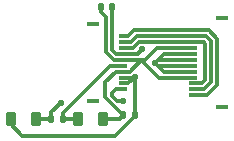
<source format=gbr>
%TF.GenerationSoftware,KiCad,Pcbnew,9.0.2*%
%TF.CreationDate,2025-06-15T19:52:29-07:00*%
%TF.ProjectId,NICE_VIEW,4e494345-5f56-4494-9557-2e6b69636164,4*%
%TF.SameCoordinates,Original*%
%TF.FileFunction,Copper,L1,Top*%
%TF.FilePolarity,Positive*%
%FSLAX46Y46*%
G04 Gerber Fmt 4.6, Leading zero omitted, Abs format (unit mm)*
G04 Created by KiCad (PCBNEW 9.0.2) date 2025-06-15 19:52:29*
%MOMM*%
%LPD*%
G01*
G04 APERTURE LIST*
G04 Aperture macros list*
%AMRoundRect*
0 Rectangle with rounded corners*
0 $1 Rounding radius*
0 $2 $3 $4 $5 $6 $7 $8 $9 X,Y pos of 4 corners*
0 Add a 4 corners polygon primitive as box body*
4,1,4,$2,$3,$4,$5,$6,$7,$8,$9,$2,$3,0*
0 Add four circle primitives for the rounded corners*
1,1,$1+$1,$2,$3*
1,1,$1+$1,$4,$5*
1,1,$1+$1,$6,$7*
1,1,$1+$1,$8,$9*
0 Add four rect primitives between the rounded corners*
20,1,$1+$1,$2,$3,$4,$5,0*
20,1,$1+$1,$4,$5,$6,$7,0*
20,1,$1+$1,$6,$7,$8,$9,0*
20,1,$1+$1,$8,$9,$2,$3,0*%
G04 Aperture macros list end*
%TA.AperFunction,SMDPad,CuDef*%
%ADD10RoundRect,0.140000X-0.140000X-0.170000X0.140000X-0.170000X0.140000X0.170000X-0.140000X0.170000X0*%
%TD*%
%TA.AperFunction,SMDPad,CuDef*%
%ADD11RoundRect,0.218750X0.218750X0.381250X-0.218750X0.381250X-0.218750X-0.381250X0.218750X-0.381250X0*%
%TD*%
%TA.AperFunction,SMDPad,CuDef*%
%ADD12R,0.800000X0.300000*%
%TD*%
%TA.AperFunction,SMDPad,CuDef*%
%ADD13R,1.000000X0.400000*%
%TD*%
%TA.AperFunction,ViaPad*%
%ADD14C,0.550000*%
%TD*%
%TA.AperFunction,Conductor*%
%ADD15C,0.300000*%
%TD*%
G04 APERTURE END LIST*
D10*
%TO.P,C1,1*%
%TO.N,/VSSA*%
X113130000Y-104190000D03*
%TO.P,C1,2*%
%TO.N,/VDDA*%
X114090000Y-104190000D03*
%TD*%
D11*
%TO.P,FB2,1*%
%TO.N,/VSSA*%
X111832500Y-104200000D03*
%TO.P,FB2,2*%
%TO.N,GND*%
X109707500Y-104200000D03*
%TD*%
D12*
%TO.P,J1,1,Pin_1*%
%TO.N,/SPI_CLK*%
X119180000Y-97180000D03*
%TO.P,J1,2,Pin_2*%
%TO.N,/SPI_SDI*%
X119180000Y-97680000D03*
%TO.P,J1,3,Pin_3*%
%TO.N,/SPI_CS*%
X119180000Y-98180000D03*
%TO.P,J1,4,Pin_4*%
%TO.N,GND*%
X119180000Y-98680000D03*
%TO.P,J1,5,Pin_5*%
%TO.N,/VDD*%
X119180000Y-99180000D03*
%TO.P,J1,6,Pin_6*%
%TO.N,/VDDA*%
X119180000Y-99680000D03*
%TO.P,J1,7,Pin_7*%
%TO.N,/VDD*%
X119180000Y-100180000D03*
%TO.P,J1,8,Pin_8*%
%TO.N,GND*%
X119180000Y-100680000D03*
%TO.P,J1,9,Pin_9*%
X119180000Y-101180000D03*
%TO.P,J1,10,Pin_10*%
%TO.N,/VSSA*%
X119180000Y-101680000D03*
D13*
%TO.P,J1,MP*%
%TO.N,N/C*%
X116680000Y-96180000D03*
X116680000Y-102680000D03*
%TD*%
D12*
%TO.P,J2,1,Pin_1*%
%TO.N,/SPI_CLK*%
X125135000Y-102180000D03*
%TO.P,J2,2,Pin_2*%
%TO.N,/SPI_SDI*%
X125135000Y-101680000D03*
%TO.P,J2,3,Pin_3*%
%TO.N,/SPI_CS*%
X125135000Y-101180000D03*
%TO.P,J2,4,Pin_4*%
%TO.N,/VDD*%
X125135000Y-100680000D03*
%TO.P,J2,5,Pin_5*%
%TO.N,GND*%
X125135000Y-100180000D03*
%TO.P,J2,6,Pin_6*%
X125135000Y-99680000D03*
%TO.P,J2,7,Pin_7*%
X125135000Y-99180000D03*
%TO.P,J2,8,Pin_8*%
X125135000Y-98680000D03*
%TO.P,J2,9,Pin_9*%
%TO.N,/VDD*%
X125135000Y-98180000D03*
%TO.P,J2,10,Pin_10*%
%TO.N,/SPI_CS*%
X125135000Y-97680000D03*
%TO.P,J2,11,Pin_11*%
%TO.N,/SPI_SDI*%
X125135000Y-97180000D03*
%TO.P,J2,12,Pin_12*%
%TO.N,/SPI_CLK*%
X125135000Y-96680000D03*
D13*
%TO.P,J2,MP*%
%TO.N,N/C*%
X127635000Y-103180000D03*
X127635000Y-95680000D03*
%TD*%
D10*
%TO.P,C2,2*%
%TO.N,GND*%
X120200000Y-103870000D03*
%TO.P,C2,1*%
%TO.N,/VDD*%
X119240000Y-103870000D03*
%TD*%
D11*
%TO.P,FB1,1*%
%TO.N,/VDD*%
X117502500Y-104180000D03*
%TO.P,FB1,2*%
%TO.N,/VDDA*%
X115377500Y-104180000D03*
%TD*%
D10*
%TO.P,C3,1*%
%TO.N,/VDD*%
X117330000Y-94720000D03*
%TO.P,C3,2*%
%TO.N,GND*%
X118290000Y-94720000D03*
%TD*%
D14*
%TO.N,/VSSA*%
X119250000Y-102630000D03*
X113960000Y-102810000D03*
%TO.N,GND*%
X121910000Y-99430000D03*
X120196119Y-100638148D03*
X120846202Y-98306202D03*
%TD*%
D15*
%TO.N,/VSSA*%
X119180000Y-101680000D02*
X118590000Y-101680000D01*
X118310000Y-102231480D02*
X118708520Y-102630000D01*
X118590000Y-101680000D02*
X118310000Y-101960000D01*
X118310000Y-101960000D02*
X118310000Y-102231480D01*
X118708520Y-102630000D02*
X119250000Y-102630000D01*
X113130000Y-104190000D02*
X113130000Y-103640000D01*
X113130000Y-103640000D02*
X113960000Y-102810000D01*
%TO.N,/VDDA*%
X114090000Y-104190000D02*
X114090000Y-103710000D01*
X118120000Y-99680000D02*
X119180000Y-99680000D01*
X114090000Y-103710000D02*
X118120000Y-99680000D01*
%TO.N,/VSSA*%
X113130000Y-104190000D02*
X111842500Y-104190000D01*
X111842500Y-104190000D02*
X111832500Y-104200000D01*
%TO.N,/VDDA*%
X115377500Y-104180000D02*
X114100000Y-104180000D01*
X114100000Y-104180000D02*
X114090000Y-104190000D01*
%TO.N,GND*%
X118520000Y-105620000D02*
X110670000Y-105620000D01*
X120200000Y-103940000D02*
X118520000Y-105620000D01*
X120200000Y-103870000D02*
X120200000Y-103940000D01*
X110670000Y-105620000D02*
X109707500Y-104657500D01*
X109707500Y-104657500D02*
X109707500Y-104200000D01*
%TO.N,/VDD*%
X117502500Y-104180000D02*
X118930000Y-104180000D01*
X118930000Y-104180000D02*
X119240000Y-103870000D01*
%TO.N,GND*%
X120200000Y-103870000D02*
X120200000Y-102617762D01*
%TO.N,/VDD*%
X117730000Y-101080000D02*
X117730000Y-102360000D01*
%TO.N,GND*%
X120196119Y-102613881D02*
X120196119Y-100638148D01*
X120200000Y-102617762D02*
X120196119Y-102613881D01*
%TO.N,/VDD*%
X117730000Y-102360000D02*
X119240000Y-103870000D01*
X119180000Y-100180000D02*
X118630000Y-100180000D01*
X118630000Y-100180000D02*
X117730000Y-101080000D01*
%TO.N,GND*%
X125135000Y-99680000D02*
X122160000Y-99680000D01*
X125135000Y-100180000D02*
X122660000Y-100180000D01*
%TO.N,/VDD*%
X120770000Y-99181000D02*
X121099000Y-99181000D01*
%TO.N,/SPI_SDI*%
X120380000Y-97180000D02*
X125135000Y-97180000D01*
%TO.N,/SPI_CS*%
X120088520Y-98180000D02*
X120588520Y-97680000D01*
%TO.N,GND*%
X122660000Y-100180000D02*
X121910000Y-99430000D01*
%TO.N,/VDD*%
X122269000Y-100680000D02*
X120770000Y-99181000D01*
%TO.N,/SPI_SDI*%
X119880000Y-97680000D02*
X120380000Y-97180000D01*
%TO.N,/VDD*%
X122100000Y-98180000D02*
X125135000Y-98180000D01*
%TO.N,/SPI_SDI*%
X119180000Y-97680000D02*
X119880000Y-97680000D01*
%TO.N,/VDD*%
X125135000Y-100680000D02*
X122269000Y-100680000D01*
%TO.N,GND*%
X122160000Y-99680000D02*
X121910000Y-99430000D01*
X122160000Y-99180000D02*
X121910000Y-99430000D01*
X125135000Y-98680000D02*
X122660000Y-98680000D01*
X122660000Y-98680000D02*
X121910000Y-99430000D01*
X125135000Y-99180000D02*
X122160000Y-99180000D01*
%TO.N,/VDD*%
X121099000Y-99181000D02*
X122100000Y-98180000D01*
%TO.N,/SPI_CS*%
X119180000Y-98180000D02*
X120088520Y-98180000D01*
%TO.N,/SPI_CLK*%
X120170000Y-96680000D02*
X125135000Y-96680000D01*
%TO.N,/SPI_CS*%
X120588520Y-97680000D02*
X125135000Y-97680000D01*
%TO.N,/SPI_CLK*%
X119180000Y-97180000D02*
X119670000Y-97180000D01*
X119670000Y-97180000D02*
X120170000Y-96680000D01*
%TO.N,/SPI_SDI*%
X126095000Y-101680000D02*
X125135000Y-101680000D01*
X126685479Y-101089521D02*
X126095000Y-101680000D01*
X126263520Y-97180000D02*
X126685479Y-97601959D01*
X126685479Y-97601959D02*
X126685479Y-101089521D01*
%TO.N,/SPI_CS*%
X125887000Y-101180000D02*
X125135000Y-101180000D01*
%TO.N,/SPI_SDI*%
X125135000Y-97180000D02*
X126263520Y-97180000D01*
%TO.N,/SPI_CS*%
X126185000Y-97810000D02*
X126185000Y-100882000D01*
X126185000Y-100882000D02*
X125887000Y-101180000D01*
X125135000Y-97680000D02*
X126055000Y-97680000D01*
X126055000Y-97680000D02*
X126185000Y-97810000D01*
%TO.N,/SPI_CLK*%
X126474000Y-96679000D02*
X127186479Y-97391479D01*
X125135000Y-96680000D02*
X125136000Y-96679000D01*
X126044000Y-102180000D02*
X125135000Y-102180000D01*
X127186479Y-101297041D02*
X126302520Y-102181000D01*
X126302520Y-102181000D02*
X126045000Y-102181000D01*
X126045000Y-102181000D02*
X126044000Y-102180000D01*
X127186479Y-97391479D02*
X127186479Y-101297041D01*
X125136000Y-96679000D02*
X126474000Y-96679000D01*
%TO.N,/VDD*%
X119180000Y-99180000D02*
X118410000Y-99180000D01*
X118410000Y-99180000D02*
X117789000Y-98559000D01*
X117789000Y-98559000D02*
X117789000Y-95580000D01*
X117789000Y-95580000D02*
X117330000Y-95121000D01*
X117330000Y-95121000D02*
X117330000Y-94720000D01*
%TO.N,GND*%
X119180000Y-98680000D02*
X118620000Y-98680000D01*
X118620000Y-98680000D02*
X118290000Y-98350000D01*
X118290000Y-98350000D02*
X118290000Y-94720000D01*
X119180000Y-101180000D02*
X119654267Y-101180000D01*
X119654267Y-101180000D02*
X120196119Y-100638148D01*
X120196119Y-100638148D02*
X120153267Y-100681000D01*
X120153267Y-100681000D02*
X119180000Y-100681000D01*
%TO.N,/VDD*%
X119180000Y-100180000D02*
X119771000Y-100180000D01*
X119771000Y-100180000D02*
X120770000Y-99181000D01*
X120264884Y-99181000D02*
X120770000Y-99181000D01*
X119180000Y-99180000D02*
X120263884Y-99180000D01*
X120263884Y-99180000D02*
X120264884Y-99181000D01*
%TO.N,GND*%
X120472404Y-98680000D02*
X120846202Y-98306202D01*
X119180000Y-98680000D02*
X120472404Y-98680000D01*
%TD*%
M02*

</source>
